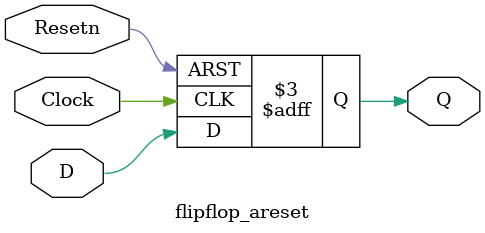
<source format=v>
module flipflop_areset(D, Clock, Resetn, Q);
	input D, Clock, Resetn;
	output Q;
	reg Q;
	
	always @(negedge Resetn or posedge Clock)
		if (!Resetn)
			Q <= 0;
		else 
			Q <= D;
	
endmodule











</source>
